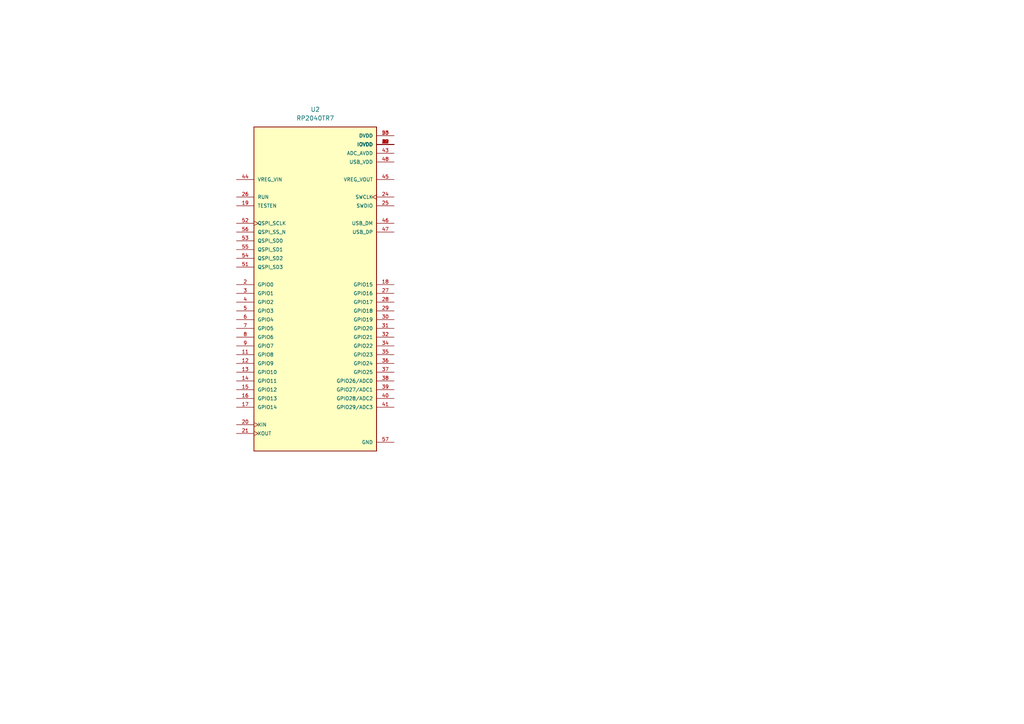
<source format=kicad_sch>
(kicad_sch (version 20211123) (generator eeschema)
  (paper "A4")
  (lib_symbols
    (symbol "kkicadlib:RP2040TR7" (pin_names (offset 1.016))
      (property "Reference" "U" (at -17.78 46.99 0))
      (property "Value" "RP2040TR7" (at -17.526 -51.562 0))
      (symbol "RP2040TR7_0_0"
        (rectangle (start -17.78 -48.26) (end 17.78 45.72) (stroke (width 0.254)) (fill (type background)))
        (pin power_in line (at 22.86 40.64 180) (length 5.08) (name "IOVDD") (number "1"))
        (pin power_in line (at 22.86 40.64 180) (length 5.08) (name "IOVDD") (number "10"))
        (pin bidirectional line (at -22.86 -20.32 0) (length 5.08) (name "GPIO8") (number "11"))
        (pin bidirectional line (at -22.86 -22.86 0) (length 5.08) (name "GPIO9") (number "12"))
        (pin bidirectional line (at -22.86 -25.4 0) (length 5.08) (name "GPIO10") (number "13"))
        (pin bidirectional line (at -22.86 -27.94 0) (length 5.08) (name "GPIO11") (number "14"))
        (pin bidirectional line (at -22.86 -30.48 0) (length 5.08) (name "GPIO12") (number "15"))
        (pin bidirectional line (at -22.86 -33.02 0) (length 5.08) (name "GPIO13") (number "16"))
        (pin bidirectional line (at -22.86 -35.56 0) (length 5.08) (name "GPIO14") (number "17"))
        (pin bidirectional line (at 22.86 0 180) (length 5.08) (name "GPIO15") (number "18"))
        (pin input line (at -22.86 22.86 0) (length 5.08) (name "TESTEN") (number "19"))
        (pin bidirectional line (at -22.86 0 0) (length 5.08) (name "GPIO0") (number "2"))
        (pin input clock (at -22.86 -40.64 0) (length 5.08) (name "XIN") (number "20"))
        (pin output clock (at -22.86 -43.18 0) (length 5.08) (name "XOUT") (number "21"))
        (pin power_in line (at 22.86 40.64 180) (length 5.08) (name "IOVDD") (number "22"))
        (pin power_in line (at 22.86 43.18 180) (length 5.08) (name "DVDD") (number "23"))
        (pin input clock (at 22.86 25.4 180) (length 5.08) (name "SWCLK") (number "24"))
        (pin bidirectional line (at 22.86 22.86 180) (length 5.08) (name "SWDIO") (number "25"))
        (pin input line (at -22.86 25.4 0) (length 5.08) (name "RUN") (number "26"))
        (pin bidirectional line (at 22.86 -2.54 180) (length 5.08) (name "GPIO16") (number "27"))
        (pin bidirectional line (at 22.86 -5.08 180) (length 5.08) (name "GPIO17") (number "28"))
        (pin bidirectional line (at 22.86 -7.62 180) (length 5.08) (name "GPIO18") (number "29"))
        (pin bidirectional line (at -22.86 -2.54 0) (length 5.08) (name "GPIO1") (number "3"))
        (pin bidirectional line (at 22.86 -10.16 180) (length 5.08) (name "GPIO19") (number "30"))
        (pin bidirectional line (at 22.86 -12.7 180) (length 5.08) (name "GPIO20") (number "31"))
        (pin bidirectional line (at 22.86 -15.24 180) (length 5.08) (name "GPIO21") (number "32"))
        (pin power_in line (at 22.86 40.64 180) (length 5.08) (name "IOVDD") (number "33"))
        (pin bidirectional line (at 22.86 -17.78 180) (length 5.08) (name "GPIO22") (number "34"))
        (pin bidirectional line (at 22.86 -20.32 180) (length 5.08) (name "GPIO23") (number "35"))
        (pin bidirectional line (at 22.86 -22.86 180) (length 5.08) (name "GPIO24") (number "36"))
        (pin bidirectional line (at 22.86 -25.4 180) (length 5.08) (name "GPIO25") (number "37"))
        (pin bidirectional line (at 22.86 -27.94 180) (length 5.08) (name "GPIO26/ADC0") (number "38"))
        (pin bidirectional line (at 22.86 -30.48 180) (length 5.08) (name "GPIO27/ADC1") (number "39"))
        (pin bidirectional line (at -22.86 -5.08 0) (length 5.08) (name "GPIO2") (number "4"))
        (pin bidirectional line (at 22.86 -33.02 180) (length 5.08) (name "GPIO28/ADC2") (number "40"))
        (pin bidirectional line (at 22.86 -35.56 180) (length 5.08) (name "GPIO29/ADC3") (number "41"))
        (pin power_in line (at 22.86 40.64 180) (length 5.08) (name "IOVDD") (number "42"))
        (pin power_in line (at 22.86 38.1 180) (length 5.08) (name "ADC_AVDD") (number "43"))
        (pin input line (at -22.86 30.48 0) (length 5.08) (name "VREG_VIN") (number "44"))
        (pin output line (at 22.86 30.48 180) (length 5.08) (name "VREG_VOUT") (number "45"))
        (pin bidirectional line (at 22.86 17.78 180) (length 5.08) (name "USB_DM") (number "46"))
        (pin bidirectional line (at 22.86 15.24 180) (length 5.08) (name "USB_DP") (number "47"))
        (pin power_in line (at 22.86 35.56 180) (length 5.08) (name "USB_VDD") (number "48"))
        (pin power_in line (at 22.86 40.64 180) (length 5.08) (name "IOVDD") (number "49"))
        (pin bidirectional line (at -22.86 -7.62 0) (length 5.08) (name "GPIO3") (number "5"))
        (pin power_in line (at 22.86 43.18 180) (length 5.08) (name "DVDD") (number "50"))
        (pin bidirectional line (at -22.86 5.08 0) (length 5.08) (name "QSPI_SD3") (number "51"))
        (pin bidirectional clock (at -22.86 17.78 0) (length 5.08) (name "QSPI_SCLK") (number "52"))
        (pin bidirectional line (at -22.86 12.7 0) (length 5.08) (name "QSPI_SD0") (number "53"))
        (pin bidirectional line (at -22.86 7.62 0) (length 5.08) (name "QSPI_SD2") (number "54"))
        (pin bidirectional line (at -22.86 10.16 0) (length 5.08) (name "QSPI_SD1") (number "55"))
        (pin bidirectional line (at -22.86 15.24 0) (length 5.08) (name "QSPI_SS_N") (number "56"))
        (pin power_in line (at 22.86 -45.72 180) (length 5.08) (name "GND") (number "57"))
        (pin bidirectional line (at -22.86 -10.16 0) (length 5.08) (name "GPIO4") (number "6"))
        (pin bidirectional line (at -22.86 -12.7 0) (length 5.08) (name "GPIO5") (number "7"))
        (pin bidirectional line (at -22.86 -15.24 0) (length 5.08) (name "GPIO6") (number "8"))
        (pin bidirectional line (at -22.86 -17.78 0) (length 5.08) (name "GPIO7") (number "9"))
      )
    )
  )
  (symbol (lib_id "kkicadlib:RP2040TR7") (at 91.44 82.55 0) (unit 1)
    (property "Reference" "U2" (at 91.44 31.75 0))
    (property "Value" "RP2040TR7" (at 91.44 34.29 0))
    (property "Footprint" "QFN40P700X700X90-57N" (effects hide))
    (property "Datasheet" "https://datasheets.raspberrypi.com/rp2040/rp2040-datasheet.pdf" (effects hide))
    (property "MANUFACTURER" "Raspberry Pi" (effects hide))
    (property "PARTREV" "1.7.1" (effects hide))
    (property "MAXIMUM_PACKAGE_HEIGHT" "0.9mm" (effects hide))
    (property "STANDARD" "IPC 7351B" (effects hide))
  )
)
</source>
